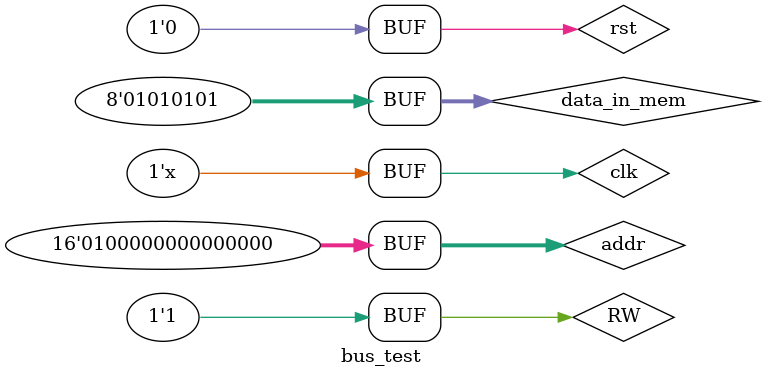
<source format=v>
`timescale 1ns / 1ps


module bus_test;

	// System CLK
	wire phi_0;
	wire fdc_clk;

	// Inputs
	reg clk;
	reg rst;
	reg [15:0] addr;
	reg [7:0] data_in_mem;
	reg RW;

	// Outputs
	wire [7:0] data_out_mem;

	// Instantiate the Unit Under Test (UUT)
	SRAM_8K sram_uut (
		.clk(clk), 
		.addr(addr[12:0]), 
		.data_in(data_in_mem), 
		.data_out(data_out_mem), 
		.rw(RW && phi_0), 				//WE signal sync (U6)
		.en(addr[15:13]==3'b000)		//address range: $0000-$1FFF (U6)
	);

	// Instantiate the Unit Under Test (UUT)
	ROM_23256 rom_uut (
		.clk(clk), 
		.addr(addr), 
		.data(data_out_mem), 
		.oe(RW && addr[15])				//address range: $8000-$FFFF (U7)
	);

	// Instantiate the Unit Under Test (UUT)
	clock_gen clk_uut (
		.clk(clk), 
		.rst(rst), 
		.phi_0(phi_0), 
		.fdc_clk(fdc_clk)
	);

	always #5
		clk = ~clk;

	initial begin
		// Initialize Inputs
		rst = 1;
		clk = 0;
		addr = 0;
		data_in_mem = 0;
		RW = 0;

		// Wait 100 ns for global reset to finish
		#100;

		// Add stimulus here
		rst = 0;
		
		#20;
		RW = 1;
		addr = 16'h8000;
		
		#20;
		addr = 16'hFFFE;
		
		#20;
		RW = 0;
		data_in_mem = 8'hAA;
		addr = 16'h0000;
		
		#120;
		RW = 1;
		
		#80;
		data_in_mem = 8'h55;
		addr = 16'h1FFF;
		
		#100;
		addr = 16'h4000;
	end
      
endmodule


</source>
